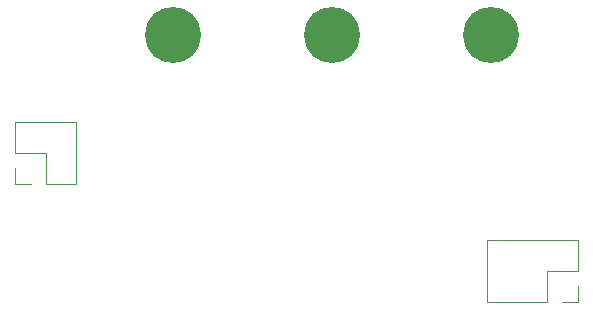
<source format=gbr>
%TF.GenerationSoftware,KiCad,Pcbnew,8.0.6*%
%TF.CreationDate,2024-11-25T14:21:06+01:00*%
%TF.ProjectId,EMG_amplifier,454d475f-616d-4706-9c69-666965722e6b,rev?*%
%TF.SameCoordinates,Original*%
%TF.FileFunction,Legend,Bot*%
%TF.FilePolarity,Positive*%
%FSLAX46Y46*%
G04 Gerber Fmt 4.6, Leading zero omitted, Abs format (unit mm)*
G04 Created by KiCad (PCBNEW 8.0.6) date 2024-11-25 14:21:06*
%MOMM*%
%LPD*%
G01*
G04 APERTURE LIST*
%ADD10C,0.120000*%
%ADD11C,4.750000*%
G04 APERTURE END LIST*
D10*
%TO.C,J3*%
X53118000Y-33439400D02*
X53118000Y-38639400D01*
X53118000Y-33439400D02*
X60858000Y-33439400D01*
X53118000Y-38639400D02*
X58258000Y-38639400D01*
X58258000Y-36039400D02*
X58258000Y-38639400D01*
X60858000Y-33439400D02*
X60858000Y-36039400D01*
X60858000Y-36039400D02*
X58258000Y-36039400D01*
X60858000Y-37309400D02*
X60858000Y-38639400D01*
X60858000Y-38639400D02*
X59528000Y-38639400D01*
%TO.C,J2*%
X13168800Y-23424600D02*
X13168800Y-26024600D01*
X13168800Y-28624600D02*
X13168800Y-27294600D01*
X14498800Y-28624600D02*
X13168800Y-28624600D01*
X15768800Y-26024600D02*
X13168800Y-26024600D01*
X15768800Y-28624600D02*
X15768800Y-26024600D01*
X18368800Y-23424600D02*
X13168800Y-23424600D01*
X18368800Y-23424600D02*
X18368800Y-28624600D01*
X18368800Y-28624600D02*
X15768800Y-28624600D01*
%TD*%
D11*
%TO.C,E3*%
X26531600Y-16067200D03*
%TD*%
%TO.C,E2*%
X40000400Y-16067200D03*
%TD*%
%TO.C,E1*%
X53469200Y-16067200D03*
%TD*%
M02*

</source>
